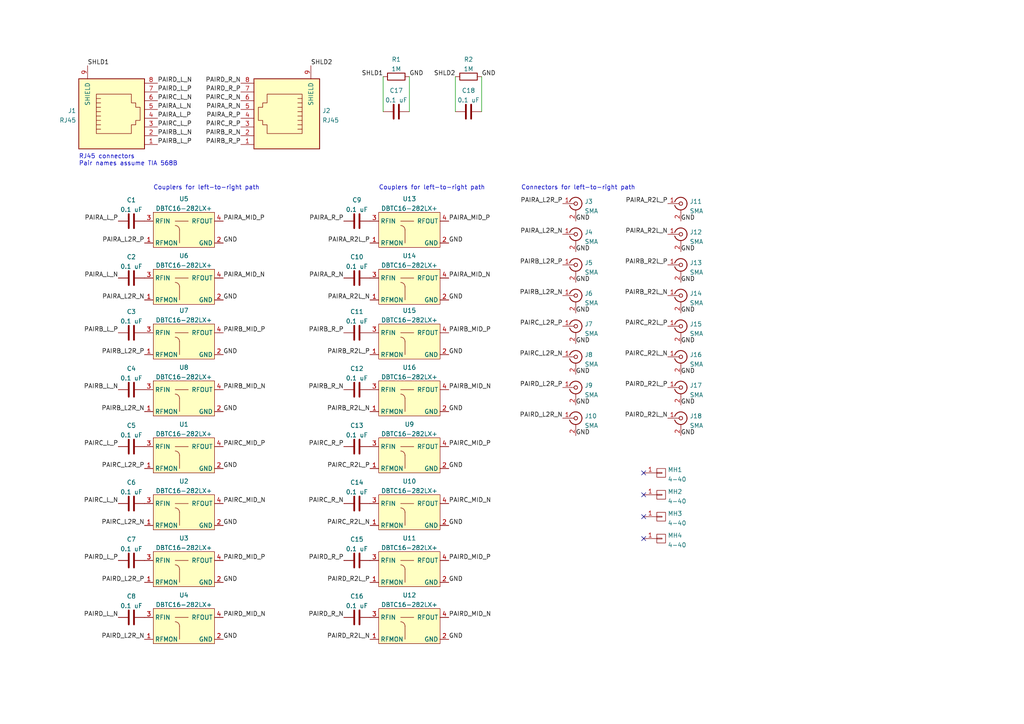
<source format=kicad_sch>
(kicad_sch (version 20211123) (generator eeschema)
  (paper "A4")
  (title_block (title "Ethernet Test Fixture") (date "2022-12-08") (rev "0.1") (company "Antikernel Labs") (comment 1 "Andrew D. Zonenberg") (comment 2 "NOT FOR USE WITH POE (pairs are grounded at DC)"))
  (lib_symbols
    (symbol "analog-azonenberg:COUPLER_MINICIRCUITS_DBTC16-282LX"
      (property "Reference" "U" (at 1.27 -1.27 0))
      (property "Value" "COUPLER_MINICIRCUITS_DBTC16-282LX" (at 1.27 -3.81 0))
      (symbol "COUPLER_MINICIRCUITS_DBTC16-282LX_0_1"
        (polyline (pts (xy 6.35 7.62) (xy 10.16 7.62)) (stroke (width 0.1524)))
        (polyline (pts (xy 7.62 5.08) (xy 7.62 1.27)) (stroke (width 0.1524)))
        (rectangle (start 0 10.16) (end 17.78 0) (stroke (width 0.1524)) (fill (type background)))
        (arc (start 7.62 5.08) (mid 7.248 5.978) (end 6.35 6.35) (stroke (width 0.1524)))
      )
      (symbol "COUPLER_MINICIRCUITS_DBTC16-282LX_1_1"
        (pin output line (at -2.54 1.27 0) (length 2.54) (name "RFMON") (number "1"))
        (pin power_in line (at 20.32 1.27 180) (length 2.54) (name "GND") (number "2"))
        (pin input line (at -2.54 7.62 0) (length 2.54) (name "RFIN") (number "3"))
        (pin output line (at 20.32 7.62 180) (length 2.54) (name "RFOUT") (number "4"))
      )
    )
    (symbol "conn:CONN_01X01" (pin_names (offset 1.016) hide)
      (property "Reference" "J" (at 0 2.54 0))
      (property "Value" "CONN_01X01" (at 2.54 0 90))
      (symbol "CONN_01X01_0_1"
        (rectangle (start -1.27 0.127) (end 0.254 -0.127))
        (rectangle (start -1.27 1.27) (end 1.27 -1.27))
      )
      (symbol "CONN_01X01_1_1"
        (pin passive line (at -5.08 0 0) (length 3.81) (name "P1") (number "1"))
      )
    )
    (symbol "conn:CONN_COAXIAL" (pin_names (offset 1.016) hide)
      (property "Reference" "J" (at 0.254 3.048 0))
      (property "Value" "CONN_COAXIAL" (at 2.921 0 90))
      (symbol "CONN_COAXIAL_0_1"
        (arc (start -1.778 -0.508) (mid 0.222 -1.808) (end 1.778 0) (stroke (width 0.254)))
        (polyline (pts (xy -1.27 0) (xy -0.508 0)))
        (polyline (pts (xy 0 -2.54) (xy 0 -1.778)))
        (circle (center 0 0) (radius 0.508) (stroke (width 0.2032)))
        (arc (start 1.778 0) (mid 0.222 1.8083) (end -1.778 0.508) (stroke (width 0.254)))
      )
      (symbol "CONN_COAXIAL_1_1"
        (pin passive line (at -3.81 0 0) (length 2.54) (name "In") (number "1"))
        (pin passive line (at 0 -5.08 90) (length 2.54) (name "Ext") (number "2"))
      )
    )
    (symbol "conn:RJ45" (pin_names (offset 1.016))
      (property "Reference" "J" (at 5.08 12.7 0))
      (property "Value" "RJ45" (at -3.81 12.7 0))
      (symbol "RJ45_0_1"
        (rectangle (start -10.16 -7.62) (end 10.16 11.43) (stroke (width 0.254)) (fill (type background)))
        (polyline (pts (xy -4.445 5.08) (xy -4.445 6.35) (xy -4.445 6.35)))
        (polyline (pts (xy -3.175 6.35) (xy -3.175 5.08) (xy -3.175 5.08)))
        (polyline (pts (xy -1.905 6.35) (xy -1.905 5.08) (xy -1.905 5.08)))
        (polyline (pts (xy -0.635 6.35) (xy -0.635 5.08) (xy -0.635 5.08)))
        (polyline (pts (xy 0.635 6.35) (xy 0.635 5.08) (xy 0.635 5.08)))
        (polyline (pts (xy 1.905 6.35) (xy 1.905 5.08) (xy 1.905 5.08)))
        (polyline (pts (xy 3.175 5.08) (xy 3.175 6.35) (xy 3.175 6.35)))
        (polyline (pts (xy 4.445 5.08) (xy 4.445 6.35) (xy 4.445 6.35)))
        (polyline (pts (xy -5.715 6.35) (xy 5.715 6.35) (xy 5.715 -3.81) (xy 3.175 -3.81) (xy 3.175 -5.08) (xy 1.905 -5.08) (xy 1.905 -6.35) (xy -1.905 -6.35) (xy -1.905 -5.08) (xy -3.175 -5.08) (xy -3.175 -3.81) (xy -5.715 -3.81) (xy -5.715 6.35) (xy -5.715 6.35)))
      )
      (symbol "RJ45_1_1"
        (pin passive line (at -8.89 -11.43 90) (length 3.81) (name "~") (number "1"))
        (pin passive line (at -6.35 -11.43 90) (length 3.81) (name "~") (number "2"))
        (pin passive line (at -3.81 -11.43 90) (length 3.81) (name "~") (number "3"))
        (pin passive line (at -1.27 -11.43 90) (length 3.81) (name "~") (number "4"))
        (pin passive line (at 1.27 -11.43 90) (length 3.81) (name "~") (number "5"))
        (pin passive line (at 3.81 -11.43 90) (length 3.81) (name "~") (number "6"))
        (pin passive line (at 6.35 -11.43 90) (length 3.81) (name "~") (number "7"))
        (pin passive line (at 8.89 -11.43 90) (length 3.81) (name "~") (number "8"))
        (pin passive line (at 13.97 8.89 180) (length 3.81) (name "SHIELD") (number "9"))
      )
    )
    (symbol "device:C" (pin_numbers hide) (pin_names (offset 0.254))
      (property "Reference" "C" (at 0.635 2.54 0))
      (property "Value" "C" (at 0.635 -2.54 0))
      (symbol "C_0_1"
        (polyline (pts (xy -2.032 -0.762) (xy 2.032 -0.762)) (stroke (width 0.508)))
        (polyline (pts (xy -2.032 0.762) (xy 2.032 0.762)) (stroke (width 0.508)))
      )
      (symbol "C_1_1"
        (pin passive line (at 0 3.81 270) (length 2.794) (name "~") (number "1"))
        (pin passive line (at 0 -3.81 90) (length 2.794) (name "~") (number "2"))
      )
    )
    (symbol "device:R" (pin_numbers hide) (pin_names (offset 0))
      (property "Reference" "R" (at 2.032 0 90))
      (property "Value" "R" (at 0 0 90))
      (symbol "R_0_1"
        (rectangle (start -1.016 -2.54) (end 1.016 2.54) (stroke (width 0.254)))
      )
      (symbol "R_1_1"
        (pin passive line (at 0 3.81 270) (length 1.27) (name "~") (number "1"))
        (pin passive line (at 0 -3.81 90) (length 1.27) (name "~") (number "2"))
      )
    )
  )
  (no_connect (at 186.69 149.86))
  (no_connect (at 186.69 143.51))
  (no_connect (at 186.69 156.21))
  (no_connect (at 186.69 137.16))
  (wire (pts (xy 111.125 22.225) (xy 111.125 32.385)))
  (wire (pts (xy 118.745 22.225) (xy 118.745 32.385)))
  (wire (pts (xy 139.7 22.225) (xy 139.7 32.385)))
  (wire (pts (xy 132.08 22.225) (xy 132.08 32.385)))
  (text "Couplers for left-to-right path" (at 44.45 55.245 0) (effects (font (size 1.27 1.27)) (justify left bottom)))
  (text "Couplers for left-to-right path" (at 109.855 55.245 0) (effects (font (size 1.27 1.27)) (justify left bottom)))
  (text "Connectors for left-to-right path" (at 151.13 55.245 0) (effects (font (size 1.27 1.27)) (justify left bottom)))
  (text "RJ45 connectors\nPair names assume TIA 568B" (at 22.86 48.26 0) (effects (font (size 1.27 1.27)) (justify left bottom)))
  (label "GND" (at 130.175 152.4 0))
  (label "PAIRC_L_N" (at 45.72 29.21 0))
  (label "PAIRC_R_P" (at 99.695 129.54 180))
  (label "PAIRA_MID_P" (at 64.77 64.135 0))
  (label "PAIRA_MID_N" (at 130.175 80.645 0))
  (label "PAIRA_L2R_N" (at 41.91 86.995 180))
  (label "PAIRA_R_P" (at 99.695 64.135 180))
  (label "GND" (at 130.175 86.995 0))
  (label "PAIRA_R2L_N" (at 193.675 67.945 180))
  (label "GND" (at 130.175 185.42 0))
  (label "PAIRD_L2R_P" (at 41.91 168.91 180))
  (label "PAIRC_L2R_P" (at 163.195 94.615 180))
  (label "PAIRC_L2R_N" (at 41.91 152.4 180))
  (label "SHLD2" (at 90.17 19.05 0))
  (label "PAIRD_L_P" (at 45.72 26.67 0))
  (label "GND" (at 197.485 108.585 0))
  (label "GND" (at 167.005 126.365 0))
  (label "GND" (at 167.005 73.025 0))
  (label "PAIRB_R_N" (at 69.85 39.37 180))
  (label "PAIRC_R_P" (at 69.85 36.83 180))
  (label "PAIRD_L2R_N" (at 163.195 121.285 180))
  (label "PAIRB_MID_P" (at 130.175 96.52 0))
  (label "GND" (at 118.745 22.225 0))
  (label "PAIRC_L_P" (at 34.29 129.54 180))
  (label "GND" (at 197.485 90.805 0))
  (label "SHLD2" (at 132.08 22.225 180))
  (label "PAIRA_R_N" (at 99.695 80.645 180))
  (label "PAIRB_MID_N" (at 130.175 113.03 0))
  (label "PAIRA_L_P" (at 34.29 64.135 180))
  (label "PAIRD_L2R_P" (at 163.195 112.395 180))
  (label "GND" (at 197.485 126.365 0))
  (label "PAIRD_MID_P" (at 64.77 162.56 0))
  (label "PAIRA_L_P" (at 45.72 34.29 0))
  (label "PAIRC_MID_N" (at 130.175 146.05 0))
  (label "PAIRC_MID_P" (at 64.77 129.54 0))
  (label "GND" (at 64.77 86.995 0))
  (label "SHLD1" (at 25.4 19.05 0))
  (label "PAIRD_R2L_P" (at 107.315 168.91 180))
  (label "GND" (at 64.77 70.485 0))
  (label "GND" (at 130.175 168.91 0))
  (label "PAIRB_R2L_P" (at 107.315 102.87 180))
  (label "PAIRD_L_N" (at 34.29 179.07 180))
  (label "PAIRC_R2L_P" (at 193.675 94.615 180))
  (label "PAIRD_MID_P" (at 130.175 162.56 0))
  (label "GND" (at 197.485 64.135 0))
  (label "PAIRD_R_P" (at 99.695 162.56 180))
  (label "PAIRB_MID_N" (at 64.77 113.03 0))
  (label "GND" (at 167.005 81.915 0))
  (label "PAIRB_L2R_P" (at 163.195 76.835 180))
  (label "PAIRA_R_P" (at 69.85 34.29 180))
  (label "PAIRA_L2R_P" (at 41.91 70.485 180))
  (label "PAIRC_R2L_N" (at 107.315 152.4 180))
  (label "PAIRD_R2L_N" (at 193.675 121.285 180))
  (label "PAIRB_R_P" (at 99.695 96.52 180))
  (label "PAIRC_R2L_N" (at 193.675 103.505 180))
  (label "GND" (at 64.77 168.91 0))
  (label "PAIRB_R2L_P" (at 193.675 76.835 180))
  (label "GND" (at 167.005 99.695 0))
  (label "PAIRD_L_P" (at 34.29 162.56 180))
  (label "PAIRA_R2L_P" (at 107.315 70.485 180))
  (label "GND" (at 197.485 99.695 0))
  (label "PAIRD_R2L_N" (at 107.315 185.42 180))
  (label "PAIRB_R_N" (at 99.695 113.03 180))
  (label "PAIRB_L2R_N" (at 163.195 85.725 180))
  (label "PAIRD_R_N" (at 69.85 24.13 180))
  (label "GND" (at 167.005 117.475 0))
  (label "GND" (at 64.77 135.89 0))
  (label "GND" (at 130.175 119.38 0))
  (label "GND" (at 139.7 22.225 0))
  (label "GND" (at 130.175 102.87 0))
  (label "PAIRC_MID_N" (at 64.77 146.05 0))
  (label "PAIRD_MID_N" (at 130.175 179.07 0))
  (label "PAIRD_L_N" (at 45.72 24.13 0))
  (label "PAIRA_R_N" (at 69.85 31.75 180))
  (label "PAIRC_L2R_P" (at 41.91 135.89 180))
  (label "PAIRA_L_N" (at 45.72 31.75 0))
  (label "PAIRB_R_P" (at 69.85 41.91 180))
  (label "GND" (at 197.485 117.475 0))
  (label "PAIRC_L_P" (at 45.72 36.83 0))
  (label "PAIRC_MID_P" (at 130.175 129.54 0))
  (label "PAIRC_R2L_P" (at 107.315 135.89 180))
  (label "PAIRB_R2L_N" (at 107.315 119.38 180))
  (label "PAIRC_L2R_N" (at 163.195 103.505 180))
  (label "PAIRB_L_P" (at 45.72 41.91 0))
  (label "SHLD1" (at 111.125 22.225 180))
  (label "PAIRC_R_N" (at 69.85 29.21 180))
  (label "GND" (at 64.77 185.42 0))
  (label "GND" (at 64.77 102.87 0))
  (label "PAIRB_L2R_P" (at 41.91 102.87 180))
  (label "PAIRA_R2L_P" (at 193.675 59.055 180))
  (label "PAIRC_L_N" (at 34.29 146.05 180))
  (label "PAIRB_L_N" (at 45.72 39.37 0))
  (label "GND" (at 197.485 73.025 0))
  (label "PAIRB_MID_P" (at 64.77 96.52 0))
  (label "GND" (at 64.77 152.4 0))
  (label "PAIRD_R2L_P" (at 193.675 112.395 180))
  (label "PAIRD_MID_N" (at 64.77 179.07 0))
  (label "PAIRD_R_P" (at 69.85 26.67 180))
  (label "GND" (at 167.005 108.585 0))
  (label "PAIRB_L_N" (at 34.29 113.03 180))
  (label "PAIRB_R2L_N" (at 193.675 85.725 180))
  (label "PAIRC_R_N" (at 99.695 146.05 180))
  (label "GND" (at 130.175 135.89 0))
  (label "GND" (at 167.005 90.805 0))
  (label "GND" (at 64.77 119.38 0))
  (label "PAIRB_L2R_N" (at 41.91 119.38 180))
  (label "GND" (at 197.485 81.915 0))
  (label "PAIRB_L_P" (at 34.29 96.52 180))
  (label "GND" (at 130.175 70.485 0))
  (label "PAIRD_R_N" (at 99.695 179.07 180))
  (label "PAIRA_MID_N" (at 64.77 80.645 0))
  (label "PAIRA_R2L_N" (at 107.315 86.995 180))
  (label "PAIRA_L_N" (at 34.29 80.645 180))
  (label "PAIRA_MID_P" (at 130.175 64.135 0))
  (label "PAIRD_L2R_N" (at 41.91 185.42 180))
  (label "PAIRA_L2R_N" (at 163.195 67.945 180))
  (label "GND" (at 167.005 64.135 0))
  (label "PAIRA_L2R_P" (at 163.195 59.055 180))
  (symbol (lib_id "conn:CONN_COAXIAL") (at 167.005 67.945 0) (unit 1)
    (property "Reference" "J4" (at 169.5451 67.3297 0) (effects (justify left)))
    (property "Value" "SMA" (at 169.5451 70.1048 0) (effects (justify left)))
    (property "Footprint" "azonenberg_pcb:CONN_SMA_EDGE_SAMTEC_SMA_J_P_H_ST_EM1" (effects hide))
  )
  (symbol (lib_id "analog-azonenberg:COUPLER_MINICIRCUITS_DBTC16-282LX") (at 109.855 104.14 0) (unit 1)
    (property "Reference" "U15" (at 118.745 90.0643 0))
    (property "Value" "DBTC16-282LX+" (at 118.745 92.8394 0))
    (property "Footprint" "azonenberg_pcb:COUPLER_MINICIRCUITS_DBTC16-282LX" (effects hide))
  )
  (symbol (lib_id "analog-azonenberg:COUPLER_MINICIRCUITS_DBTC16-282LX") (at 44.45 137.16 0) (unit 1)
    (property "Reference" "U1" (at 53.34 123.0843 0))
    (property "Value" "DBTC16-282LX+" (at 53.34 125.8594 0))
    (property "Footprint" "azonenberg_pcb:COUPLER_MINICIRCUITS_DBTC16-282LX" (effects hide))
  )
  (symbol (lib_id "device:C") (at 103.505 80.645 90) (unit 1)
    (property "Reference" "C10" (at 103.505 74.5195 90))
    (property "Value" "0.1 uF" (at 103.505 77.2946 90))
    (property "Footprint" "azonenberg_pcb:EIA_0402_CAP_NOSILK" (effects hide))
  )
  (symbol (lib_id "conn:CONN_01X01") (at 191.77 149.86 0) (unit 1)
    (property "Reference" "MH3" (at 193.675 148.9515 0) (effects (justify left)))
    (property "Value" "4-40" (at 193.675 151.7266 0) (effects (justify left)))
    (property "Footprint" "azonenberg_pcb:MECHANICAL_CLEARANCEHOLE_4_40" (effects hide))
  )
  (symbol (lib_id "conn:CONN_COAXIAL") (at 197.485 112.395 0) (unit 1)
    (property "Reference" "J17" (at 200.0251 111.7797 0) (effects (justify left)))
    (property "Value" "SMA" (at 200.0251 114.5548 0) (effects (justify left)))
    (property "Footprint" "azonenberg_pcb:CONN_SMA_EDGE_SAMTEC_SMA_J_P_H_ST_EM1" (effects hide))
  )
  (symbol (lib_id "conn:CONN_COAXIAL") (at 197.485 67.945 0) (unit 1)
    (property "Reference" "J12" (at 200.0251 67.3297 0) (effects (justify left)))
    (property "Value" "SMA" (at 200.0251 70.1048 0) (effects (justify left)))
    (property "Footprint" "azonenberg_pcb:CONN_SMA_EDGE_SAMTEC_SMA_J_P_H_ST_EM1" (effects hide))
  )
  (symbol (lib_id "device:C") (at 38.1 129.54 90) (unit 1)
    (property "Reference" "C5" (at 38.1 123.4145 90))
    (property "Value" "0.1 uF" (at 38.1 126.1896 90))
    (property "Footprint" "azonenberg_pcb:EIA_0402_CAP_NOSILK" (effects hide))
  )
  (symbol (lib_id "conn:CONN_01X01") (at 191.77 143.51 0) (unit 1)
    (property "Reference" "MH2" (at 193.675 142.6015 0) (effects (justify left)))
    (property "Value" "4-40" (at 193.675 145.3766 0) (effects (justify left)))
    (property "Footprint" "azonenberg_pcb:MECHANICAL_CLEARANCEHOLE_4_40" (effects hide))
  )
  (symbol (lib_id "conn:CONN_COAXIAL") (at 197.485 85.725 0) (unit 1)
    (property "Reference" "J14" (at 200.0251 85.1097 0) (effects (justify left)))
    (property "Value" "SMA" (at 200.0251 87.8848 0) (effects (justify left)))
    (property "Footprint" "azonenberg_pcb:CONN_SMA_EDGE_SAMTEC_SMA_J_P_H_ST_EM1" (effects hide))
  )
  (symbol (lib_id "device:C") (at 38.1 80.645 90) (unit 1)
    (property "Reference" "C2" (at 38.1 74.5195 90))
    (property "Value" "0.1 uF" (at 38.1 77.2946 90))
    (property "Footprint" "azonenberg_pcb:EIA_0402_CAP_NOSILK" (effects hide))
  )
  (symbol (lib_id "analog-azonenberg:COUPLER_MINICIRCUITS_DBTC16-282LX") (at 44.45 88.265 0) (unit 1)
    (property "Reference" "U6" (at 53.34 74.1893 0))
    (property "Value" "DBTC16-282LX+" (at 53.34 76.9644 0))
    (property "Footprint" "azonenberg_pcb:COUPLER_MINICIRCUITS_DBTC16-282LX" (effects hide))
  )
  (symbol (lib_id "device:C") (at 103.505 96.52 90) (unit 1)
    (property "Reference" "C11" (at 103.505 90.3945 90))
    (property "Value" "0.1 uF" (at 103.505 93.1696 90))
    (property "Footprint" "azonenberg_pcb:EIA_0402_CAP_NOSILK" (effects hide))
  )
  (symbol (lib_id "analog-azonenberg:COUPLER_MINICIRCUITS_DBTC16-282LX") (at 44.45 120.65 0) (unit 1)
    (property "Reference" "U8" (at 53.34 106.5743 0))
    (property "Value" "DBTC16-282LX+" (at 53.34 109.3494 0))
    (property "Footprint" "azonenberg_pcb:COUPLER_MINICIRCUITS_DBTC16-282LX" (effects hide))
  )
  (symbol (lib_id "conn:CONN_COAXIAL") (at 167.005 94.615 0) (unit 1)
    (property "Reference" "J7" (at 169.5451 93.9997 0) (effects (justify left)))
    (property "Value" "SMA" (at 169.5451 96.7748 0) (effects (justify left)))
    (property "Footprint" "azonenberg_pcb:CONN_SMA_EDGE_SAMTEC_SMA_J_P_H_ST_EM1" (effects hide))
  )
  (symbol (lib_id "conn:CONN_COAXIAL") (at 167.005 112.395 0) (unit 1)
    (property "Reference" "J9" (at 169.5451 111.7797 0) (effects (justify left)))
    (property "Value" "SMA" (at 169.5451 114.5548 0) (effects (justify left)))
    (property "Footprint" "azonenberg_pcb:CONN_SMA_EDGE_SAMTEC_SMA_J_P_H_ST_EM1" (effects hide))
  )
  (symbol (lib_id "device:C") (at 103.505 64.135 90) (unit 1)
    (property "Reference" "C9" (at 103.505 58.0095 90))
    (property "Value" "0.1 uF" (at 103.505 60.7846 90))
    (property "Footprint" "azonenberg_pcb:EIA_0402_CAP_NOSILK" (effects hide))
  )
  (symbol (lib_id "device:C") (at 103.505 129.54 90) (unit 1)
    (property "Reference" "C13" (at 103.505 123.4145 90))
    (property "Value" "0.1 uF" (at 103.505 126.1896 90))
    (property "Footprint" "azonenberg_pcb:EIA_0402_CAP_NOSILK" (effects hide))
  )
  (symbol (lib_id "conn:CONN_COAXIAL") (at 197.485 103.505 0) (unit 1)
    (property "Reference" "J16" (at 200.0251 102.8897 0) (effects (justify left)))
    (property "Value" "SMA" (at 200.0251 105.6648 0) (effects (justify left)))
    (property "Footprint" "azonenberg_pcb:CONN_SMA_EDGE_SAMTEC_SMA_J_P_H_ST_EM1" (effects hide))
  )
  (symbol (lib_id "device:C") (at 38.1 113.03 90) (unit 1)
    (property "Reference" "C4" (at 38.1 106.9045 90))
    (property "Value" "0.1 uF" (at 38.1 109.6796 90))
    (property "Footprint" "azonenberg_pcb:EIA_0402_CAP_NOSILK" (effects hide))
  )
  (symbol (lib_id "conn:CONN_COAXIAL") (at 167.005 103.505 0) (unit 1)
    (property "Reference" "J8" (at 169.5451 102.8897 0) (effects (justify left)))
    (property "Value" "SMA" (at 169.5451 105.6648 0) (effects (justify left)))
    (property "Footprint" "azonenberg_pcb:CONN_SMA_EDGE_SAMTEC_SMA_J_P_H_ST_EM1" (effects hide))
  )
  (symbol (lib_id "conn:RJ45") (at 34.29 33.02 90) (unit 1)
    (property "Reference" "J1" (at 22.0981 32.1115 90) (effects (justify left)))
    (property "Value" "RJ45" (at 22.0981 34.8866 90) (effects (justify left)))
    (property "Footprint" "azonenberg_pcb:CONN_RJ45_BELSTEWART_SS-7188S-A-PG4-1-BA-xx" (effects hide))
  )
  (symbol (lib_id "device:R") (at 135.89 22.225 90) (unit 1)
    (property "Reference" "R2" (at 135.89 17.2425 90))
    (property "Value" "1M" (at 135.89 20.0176 90))
    (property "Footprint" "azonenberg_pcb:EIA_0402_RES_NOSILK" (effects hide))
  )
  (symbol (lib_id "conn:CONN_COAXIAL") (at 167.005 76.835 0) (unit 1)
    (property "Reference" "J5" (at 169.5451 76.2197 0) (effects (justify left)))
    (property "Value" "SMA" (at 169.5451 78.9948 0) (effects (justify left)))
    (property "Footprint" "azonenberg_pcb:CONN_SMA_EDGE_SAMTEC_SMA_J_P_H_ST_EM1" (effects hide))
  )
  (symbol (lib_id "analog-azonenberg:COUPLER_MINICIRCUITS_DBTC16-282LX") (at 109.855 88.265 0) (unit 1)
    (property "Reference" "U14" (at 118.745 74.1893 0))
    (property "Value" "DBTC16-282LX+" (at 118.745 76.9644 0))
    (property "Footprint" "azonenberg_pcb:COUPLER_MINICIRCUITS_DBTC16-282LX" (effects hide))
  )
  (symbol (lib_id "analog-azonenberg:COUPLER_MINICIRCUITS_DBTC16-282LX") (at 44.45 170.18 0) (unit 1)
    (property "Reference" "U3" (at 53.34 156.1043 0))
    (property "Value" "DBTC16-282LX+" (at 53.34 158.8794 0))
    (property "Footprint" "azonenberg_pcb:COUPLER_MINICIRCUITS_DBTC16-282LX" (effects hide))
  )
  (symbol (lib_id "device:C") (at 38.1 146.05 90) (unit 1)
    (property "Reference" "C6" (at 38.1 139.9245 90))
    (property "Value" "0.1 uF" (at 38.1 142.6996 90))
    (property "Footprint" "azonenberg_pcb:EIA_0402_CAP_NOSILK" (effects hide))
  )
  (symbol (lib_id "device:C") (at 103.505 179.07 90) (unit 1)
    (property "Reference" "C16" (at 103.505 172.9445 90))
    (property "Value" "0.1 uF" (at 103.505 175.7196 90))
    (property "Footprint" "azonenberg_pcb:EIA_0402_CAP_NOSILK" (effects hide))
  )
  (symbol (lib_id "conn:CONN_COAXIAL") (at 197.485 59.055 0) (unit 1)
    (property "Reference" "J11" (at 200.0251 58.4397 0) (effects (justify left)))
    (property "Value" "SMA" (at 200.0251 61.2148 0) (effects (justify left)))
    (property "Footprint" "azonenberg_pcb:CONN_SMA_EDGE_SAMTEC_SMA_J_P_H_ST_EM1" (effects hide))
  )
  (symbol (lib_id "analog-azonenberg:COUPLER_MINICIRCUITS_DBTC16-282LX") (at 109.855 137.16 0) (unit 1)
    (property "Reference" "U9" (at 118.745 123.0843 0))
    (property "Value" "DBTC16-282LX+" (at 118.745 125.8594 0))
    (property "Footprint" "azonenberg_pcb:COUPLER_MINICIRCUITS_DBTC16-282LX" (effects hide))
  )
  (symbol (lib_id "conn:CONN_COAXIAL") (at 197.485 121.285 0) (unit 1)
    (property "Reference" "J18" (at 200.0251 120.6697 0) (effects (justify left)))
    (property "Value" "SMA" (at 200.0251 123.4448 0) (effects (justify left)))
    (property "Footprint" "azonenberg_pcb:CONN_SMA_EDGE_SAMTEC_SMA_J_P_H_ST_EM1" (effects hide))
  )
  (symbol (lib_id "device:C") (at 103.505 113.03 90) (unit 1)
    (property "Reference" "C12" (at 103.505 106.9045 90))
    (property "Value" "0.1 uF" (at 103.505 109.6796 90))
    (property "Footprint" "azonenberg_pcb:EIA_0402_CAP_NOSILK" (effects hide))
  )
  (symbol (lib_id "conn:RJ45") (at 81.28 33.02 270) (mirror x) (unit 1)
    (property "Reference" "J2" (at 93.472 32.1115 90) (effects (justify left)))
    (property "Value" "RJ45" (at 93.472 34.8866 90) (effects (justify left)))
    (property "Footprint" "azonenberg_pcb:CONN_RJ45_BELSTEWART_SS-7188S-A-PG4-1-BA-xx" (effects hide))
  )
  (symbol (lib_id "device:C") (at 38.1 96.52 90) (unit 1)
    (property "Reference" "C3" (at 38.1 90.3945 90))
    (property "Value" "0.1 uF" (at 38.1 93.1696 90))
    (property "Footprint" "azonenberg_pcb:EIA_0402_CAP_NOSILK" (effects hide))
  )
  (symbol (lib_id "device:C") (at 103.505 162.56 90) (unit 1)
    (property "Reference" "C15" (at 103.505 156.4345 90))
    (property "Value" "0.1 uF" (at 103.505 159.2096 90))
    (property "Footprint" "azonenberg_pcb:EIA_0402_CAP_NOSILK" (effects hide))
  )
  (symbol (lib_id "device:C") (at 38.1 179.07 90) (unit 1)
    (property "Reference" "C8" (at 38.1 172.9445 90))
    (property "Value" "0.1 uF" (at 38.1 175.7196 90))
    (property "Footprint" "azonenberg_pcb:EIA_0402_CAP_NOSILK" (effects hide))
  )
  (symbol (lib_id "device:C") (at 103.505 146.05 90) (unit 1)
    (property "Reference" "C14" (at 103.505 139.9245 90))
    (property "Value" "0.1 uF" (at 103.505 142.6996 90))
    (property "Footprint" "azonenberg_pcb:EIA_0402_CAP_NOSILK" (effects hide))
  )
  (symbol (lib_id "analog-azonenberg:COUPLER_MINICIRCUITS_DBTC16-282LX") (at 109.855 170.18 0) (unit 1)
    (property "Reference" "U11" (at 118.745 156.1043 0))
    (property "Value" "DBTC16-282LX+" (at 118.745 158.8794 0))
    (property "Footprint" "azonenberg_pcb:COUPLER_MINICIRCUITS_DBTC16-282LX" (effects hide))
  )
  (symbol (lib_id "conn:CONN_COAXIAL") (at 167.005 85.725 0) (unit 1)
    (property "Reference" "J6" (at 169.5451 85.1097 0) (effects (justify left)))
    (property "Value" "SMA" (at 169.5451 87.8848 0) (effects (justify left)))
    (property "Footprint" "azonenberg_pcb:CONN_SMA_EDGE_SAMTEC_SMA_J_P_H_ST_EM1" (effects hide))
  )
  (symbol (lib_id "conn:CONN_01X01") (at 191.77 137.16 0) (unit 1)
    (property "Reference" "MH1" (at 193.675 136.2515 0) (effects (justify left)))
    (property "Value" "4-40" (at 193.675 139.0266 0) (effects (justify left)))
    (property "Footprint" "azonenberg_pcb:MECHANICAL_CLEARANCEHOLE_4_40" (effects hide))
  )
  (symbol (lib_id "analog-azonenberg:COUPLER_MINICIRCUITS_DBTC16-282LX") (at 109.855 186.69 0) (unit 1)
    (property "Reference" "U12" (at 118.745 172.6143 0))
    (property "Value" "DBTC16-282LX+" (at 118.745 175.3894 0))
    (property "Footprint" "azonenberg_pcb:COUPLER_MINICIRCUITS_DBTC16-282LX" (effects hide))
  )
  (symbol (lib_id "analog-azonenberg:COUPLER_MINICIRCUITS_DBTC16-282LX") (at 44.45 104.14 0) (unit 1)
    (property "Reference" "U7" (at 53.34 90.0643 0))
    (property "Value" "DBTC16-282LX+" (at 53.34 92.8394 0))
    (property "Footprint" "azonenberg_pcb:COUPLER_MINICIRCUITS_DBTC16-282LX" (effects hide))
  )
  (symbol (lib_id "conn:CONN_COAXIAL") (at 197.485 76.835 0) (unit 1)
    (property "Reference" "J13" (at 200.0251 76.2197 0) (effects (justify left)))
    (property "Value" "SMA" (at 200.0251 78.9948 0) (effects (justify left)))
    (property "Footprint" "azonenberg_pcb:CONN_SMA_EDGE_SAMTEC_SMA_J_P_H_ST_EM1" (effects hide))
  )
  (symbol (lib_id "device:R") (at 114.935 22.225 90) (unit 1)
    (property "Reference" "R1" (at 114.935 17.2425 90))
    (property "Value" "1M" (at 114.935 20.0176 90))
    (property "Footprint" "azonenberg_pcb:EIA_0402_RES_NOSILK" (effects hide))
  )
  (symbol (lib_id "conn:CONN_COAXIAL") (at 197.485 94.615 0) (unit 1)
    (property "Reference" "J15" (at 200.0251 93.9997 0) (effects (justify left)))
    (property "Value" "SMA" (at 200.0251 96.7748 0) (effects (justify left)))
    (property "Footprint" "azonenberg_pcb:CONN_SMA_EDGE_SAMTEC_SMA_J_P_H_ST_EM1" (effects hide))
  )
  (symbol (lib_id "analog-azonenberg:COUPLER_MINICIRCUITS_DBTC16-282LX") (at 109.855 120.65 0) (unit 1)
    (property "Reference" "U16" (at 118.745 106.5743 0))
    (property "Value" "DBTC16-282LX+" (at 118.745 109.3494 0))
    (property "Footprint" "azonenberg_pcb:COUPLER_MINICIRCUITS_DBTC16-282LX" (effects hide))
  )
  (symbol (lib_id "conn:CONN_01X01") (at 191.77 156.21 0) (unit 1)
    (property "Reference" "MH4" (at 193.675 155.3015 0) (effects (justify left)))
    (property "Value" "4-40" (at 193.675 158.0766 0) (effects (justify left)))
    (property "Footprint" "azonenberg_pcb:MECHANICAL_CLEARANCEHOLE_4_40" (effects hide))
  )
  (symbol (lib_id "analog-azonenberg:COUPLER_MINICIRCUITS_DBTC16-282LX") (at 109.855 153.67 0) (unit 1)
    (property "Reference" "U10" (at 118.745 139.5943 0))
    (property "Value" "DBTC16-282LX+" (at 118.745 142.3694 0))
    (property "Footprint" "azonenberg_pcb:COUPLER_MINICIRCUITS_DBTC16-282LX" (effects hide))
  )
  (symbol (lib_id "device:C") (at 114.935 32.385 90) (unit 1)
    (property "Reference" "C17" (at 114.935 26.2595 90))
    (property "Value" "0.1 uF" (at 114.935 29.0346 90))
    (property "Footprint" "azonenberg_pcb:EIA_0402_CAP_NOSILK" (effects hide))
  )
  (symbol (lib_id "analog-azonenberg:COUPLER_MINICIRCUITS_DBTC16-282LX") (at 109.855 71.755 0) (unit 1)
    (property "Reference" "U13" (at 118.745 57.6793 0))
    (property "Value" "DBTC16-282LX+" (at 118.745 60.4544 0))
    (property "Footprint" "azonenberg_pcb:COUPLER_MINICIRCUITS_DBTC16-282LX" (effects hide))
  )
  (symbol (lib_id "device:C") (at 38.1 162.56 90) (unit 1)
    (property "Reference" "C7" (at 38.1 156.4345 90))
    (property "Value" "0.1 uF" (at 38.1 159.2096 90))
    (property "Footprint" "azonenberg_pcb:EIA_0402_CAP_NOSILK" (effects hide))
  )
  (symbol (lib_id "analog-azonenberg:COUPLER_MINICIRCUITS_DBTC16-282LX") (at 44.45 71.755 0) (unit 1)
    (property "Reference" "U5" (at 53.34 57.6793 0))
    (property "Value" "DBTC16-282LX+" (at 53.34 60.4544 0))
    (property "Footprint" "azonenberg_pcb:COUPLER_MINICIRCUITS_DBTC16-282LX" (effects hide))
  )
  (symbol (lib_id "analog-azonenberg:COUPLER_MINICIRCUITS_DBTC16-282LX") (at 44.45 186.69 0) (unit 1)
    (property "Reference" "U4" (at 53.34 172.6143 0))
    (property "Value" "DBTC16-282LX+" (at 53.34 175.3894 0))
    (property "Footprint" "azonenberg_pcb:COUPLER_MINICIRCUITS_DBTC16-282LX" (effects hide))
  )
  (symbol (lib_id "conn:CONN_COAXIAL") (at 167.005 59.055 0) (unit 1)
    (property "Reference" "J3" (at 169.5451 58.4397 0) (effects (justify left)))
    (property "Value" "SMA" (at 169.5451 61.2148 0) (effects (justify left)))
    (property "Footprint" "azonenberg_pcb:CONN_SMA_EDGE_SAMTEC_SMA_J_P_H_ST_EM1" (effects hide))
  )
  (symbol (lib_id "device:C") (at 38.1 64.135 90) (unit 1)
    (property "Reference" "C1" (at 38.1 58.0095 90))
    (property "Value" "0.1 uF" (at 38.1 60.7846 90))
    (property "Footprint" "azonenberg_pcb:EIA_0402_CAP_NOSILK" (effects hide))
  )
  (symbol (lib_id "device:C") (at 135.89 32.385 90) (unit 1)
    (property "Reference" "C18" (at 135.89 26.2595 90))
    (property "Value" "0.1 uF" (at 135.89 29.0346 90))
    (property "Footprint" "azonenberg_pcb:EIA_0402_CAP_NOSILK" (effects hide))
  )
  (symbol (lib_id "analog-azonenberg:COUPLER_MINICIRCUITS_DBTC16-282LX") (at 44.45 153.67 0) (unit 1)
    (property "Reference" "U2" (at 53.34 139.5943 0))
    (property "Value" "DBTC16-282LX+" (at 53.34 142.3694 0))
    (property "Footprint" "azonenberg_pcb:COUPLER_MINICIRCUITS_DBTC16-282LX" (effects hide))
  )
  (symbol (lib_id "conn:CONN_COAXIAL") (at 167.005 121.285 0) (unit 1)
    (property "Reference" "J10" (at 169.5451 120.6697 0) (effects (justify left)))
    (property "Value" "SMA" (at 169.5451 123.4448 0) (effects (justify left)))
    (property "Footprint" "azonenberg_pcb:CONN_SMA_EDGE_SAMTEC_SMA_J_P_H_ST_EM1" (effects hide))
  )
)
</source>
